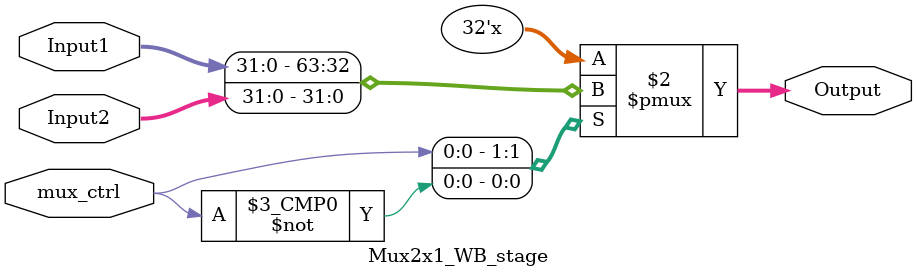
<source format=v>
 module Mux2x1_WB_stage  ( input wire mux_ctrl , input wire [31:0] Input1 ,input wire [31:0] Input2  , output reg [31:0] Output ) ;
 
  always @ ( Input1 or Input2 or mux_ctrl )
  begin 
  case (mux_ctrl)
  1:
  begin
  Output = Input1 ;
  end
  0:
  begin
  Output = Input2 ;
  end
  endcase 
  end
  endmodule 

</source>
